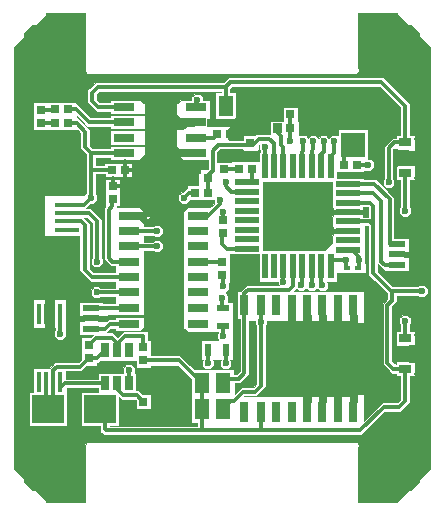
<source format=gbr>
%FSLAX34Y34*%
%MOMM*%
%LNCOPPER_TOP*%
G71*
G01*
%ADD10R, 2.10X0.40*%
%ADD11R, 1.90X2.30*%
%ADD12R, 2.20X7.80*%
%ADD13C, 0.30*%
%ADD14R, 0.50X2.00*%
%ADD15R, 2.00X0.50*%
%ADD16R, 1.40X0.50*%
%ADD17C, 0.10*%
%ADD18R, 0.60X0.40*%
%ADD19R, 2.70X2.40*%
%ADD20R, 0.40X1.80*%
%ADD21R, 0.70X1.20*%
%ADD22R, 0.80X0.70*%
%ADD23R, 1.80X0.70*%
%ADD24R, 1.10X0.60*%
%ADD25R, 0.60X1.10*%
%ADD26R, 0.70X0.80*%
%ADD27R, 2.70X4.30*%
%ADD28R, 1.30X1.80*%
%ADD29C, 0.60*%
%ADD30R, 3.50X4.80*%
%ADD31R, 2.00X2.00*%
%ADD32R, 0.70X1.80*%
%ADD33R, 1.10X1.40*%
%ADD34R, 1.00X0.70*%
%ADD35C, 1.00*%
%ADD36R, 0.50X1.20*%
%LPD*%
X54000Y830000D02*
G54D10*
D03*
X54000Y823000D02*
G54D10*
D03*
X54000Y816000D02*
G54D10*
D03*
X54000Y802000D02*
G54D10*
D03*
X54000Y809000D02*
G54D10*
D03*
X51000Y849000D02*
G54D11*
D03*
X52000Y784000D02*
G54D11*
D03*
X24000Y816000D02*
G54D12*
D03*
G36*
X35000Y854000D02*
X42000Y854000D01*
X42000Y842000D01*
X33000Y842000D01*
X32000Y843000D01*
X35000Y854000D01*
G37*
G54D13*
X35000Y854000D02*
X42000Y854000D01*
X42000Y842000D01*
X33000Y842000D01*
X32000Y843000D01*
X35000Y854000D01*
X221000Y863000D02*
G54D14*
D03*
X229000Y863000D02*
G54D14*
D03*
X237000Y863000D02*
G54D14*
D03*
X245000Y863000D02*
G54D14*
D03*
X253000Y863000D02*
G54D14*
D03*
X261000Y863000D02*
G54D14*
D03*
X269000Y863000D02*
G54D14*
D03*
X277000Y863000D02*
G54D14*
D03*
X221000Y778000D02*
G54D14*
D03*
X229000Y778000D02*
G54D14*
D03*
X237000Y778000D02*
G54D14*
D03*
X245000Y778000D02*
G54D14*
D03*
X253000Y778000D02*
G54D14*
D03*
X261000Y778000D02*
G54D14*
D03*
X269000Y778000D02*
G54D14*
D03*
X277000Y778000D02*
G54D14*
D03*
X292000Y848000D02*
G54D15*
D03*
X292000Y840000D02*
G54D15*
D03*
X292000Y832000D02*
G54D15*
D03*
X292000Y824000D02*
G54D15*
D03*
X292000Y816000D02*
G54D15*
D03*
X292000Y808000D02*
G54D15*
D03*
X292000Y800000D02*
G54D15*
D03*
X292000Y792000D02*
G54D15*
D03*
X206000Y849000D02*
G54D15*
D03*
X206000Y841000D02*
G54D15*
D03*
X206000Y833000D02*
G54D15*
D03*
X206000Y825000D02*
G54D15*
D03*
X206000Y817000D02*
G54D15*
D03*
X206000Y809000D02*
G54D15*
D03*
X206000Y801000D02*
G54D15*
D03*
X206000Y793000D02*
G54D15*
D03*
X333000Y797000D02*
G54D16*
D03*
X333000Y788000D02*
G54D16*
D03*
X333000Y779000D02*
G54D16*
D03*
G36*
X282000Y826000D02*
X280000Y826000D01*
X278000Y828000D01*
X278000Y849000D01*
X220000Y849000D01*
X220000Y792000D01*
X272000Y792000D01*
X278000Y798000D01*
X278000Y804000D01*
X280000Y806000D01*
X283000Y806000D01*
X283000Y810000D01*
X280000Y810000D01*
X278000Y812000D01*
X278000Y820000D01*
X280000Y822000D01*
X282000Y822000D01*
X282000Y826000D01*
G37*
G54D17*
X282000Y826000D02*
X280000Y826000D01*
X278000Y828000D01*
X278000Y849000D01*
X220000Y849000D01*
X220000Y792000D01*
X272000Y792000D01*
X278000Y798000D01*
X278000Y804000D01*
X280000Y806000D01*
X283000Y806000D01*
X283000Y810000D01*
X280000Y810000D01*
X278000Y812000D01*
X278000Y820000D01*
X280000Y822000D01*
X282000Y822000D01*
X282000Y826000D01*
X290500Y776500D02*
G54D18*
D03*
X290500Y769500D02*
G54D18*
D03*
X300500Y776500D02*
G54D18*
D03*
X300500Y769500D02*
G54D18*
D03*
X38000Y657000D02*
G54D19*
D03*
X82000Y657000D02*
G54D19*
D03*
X48000Y738000D02*
G54D20*
D03*
X42000Y738000D02*
G54D20*
D03*
X36000Y738000D02*
G54D20*
D03*
X30000Y738000D02*
G54D20*
D03*
X48000Y680000D02*
G54D20*
D03*
X42000Y680000D02*
G54D20*
D03*
X36000Y680000D02*
G54D20*
D03*
X30000Y680000D02*
G54D20*
D03*
X86000Y679000D02*
G54D21*
D03*
X96000Y679000D02*
G54D21*
D03*
X106000Y679000D02*
G54D21*
D03*
X86000Y707000D02*
G54D21*
D03*
X96000Y707000D02*
G54D21*
D03*
X106000Y707000D02*
G54D21*
D03*
X118500Y663500D02*
G54D22*
D03*
X118500Y652500D02*
G54D22*
D03*
X72500Y711500D02*
G54D22*
D03*
X72500Y700500D02*
G54D22*
D03*
X106000Y821000D02*
G54D23*
D03*
X106000Y808000D02*
G54D23*
D03*
X106000Y795000D02*
G54D23*
D03*
X106000Y782000D02*
G54D23*
D03*
X106000Y769000D02*
G54D23*
D03*
X106000Y756000D02*
G54D23*
D03*
X106000Y743000D02*
G54D23*
D03*
X106000Y729000D02*
G54D23*
D03*
X165000Y821000D02*
G54D23*
D03*
X165000Y808000D02*
G54D23*
D03*
X165000Y795000D02*
G54D23*
D03*
X165000Y782000D02*
G54D23*
D03*
X165000Y769000D02*
G54D23*
D03*
X165000Y756000D02*
G54D23*
D03*
X165000Y743000D02*
G54D23*
D03*
X165000Y729000D02*
G54D23*
D03*
G54D13*
X106000Y808000D02*
X130000Y808000D01*
G54D13*
X106000Y795000D02*
X130000Y795000D01*
G36*
X119000Y820000D02*
X119000Y824000D01*
X114000Y829000D01*
X157000Y829000D01*
X152000Y824000D01*
X152000Y818000D01*
X122000Y818000D01*
X125000Y821000D01*
X121000Y821000D01*
X121000Y820000D01*
X119000Y820000D01*
G37*
G54D17*
X119000Y820000D02*
X119000Y824000D01*
X114000Y829000D01*
X157000Y829000D01*
X152000Y824000D01*
X152000Y818000D01*
X122000Y818000D01*
X125000Y821000D01*
X121000Y821000D01*
X121000Y820000D01*
X119000Y820000D01*
G36*
X119000Y820000D02*
X119000Y812000D01*
X127000Y812000D01*
X128000Y813000D01*
X132000Y813000D01*
X135000Y810000D01*
X152000Y810000D01*
X152000Y818000D01*
X122000Y818000D01*
X121000Y817000D01*
X121000Y820000D01*
X119000Y820000D01*
G37*
G54D17*
X119000Y820000D02*
X119000Y812000D01*
X127000Y812000D01*
X128000Y813000D01*
X132000Y813000D01*
X135000Y810000D01*
X152000Y810000D01*
X152000Y818000D01*
X122000Y818000D01*
X121000Y817000D01*
X121000Y820000D01*
X119000Y820000D01*
G36*
X119000Y804000D02*
X127000Y804000D01*
X128000Y803000D01*
X132000Y803000D01*
X135000Y806000D01*
X135000Y810000D01*
X152000Y810000D01*
X152000Y726000D01*
X119000Y726000D01*
X119000Y791000D01*
X127000Y791000D01*
X128000Y790000D01*
X132000Y790000D01*
X135000Y793000D01*
X135000Y797000D01*
X132000Y800000D01*
X128000Y800000D01*
X127000Y799000D01*
X119000Y799000D01*
X119000Y804000D01*
G37*
G54D17*
X119000Y804000D02*
X127000Y804000D01*
X128000Y803000D01*
X132000Y803000D01*
X135000Y806000D01*
X135000Y810000D01*
X152000Y810000D01*
X152000Y726000D01*
X119000Y726000D01*
X119000Y791000D01*
X127000Y791000D01*
X128000Y790000D01*
X132000Y790000D01*
X135000Y793000D01*
X135000Y797000D01*
X132000Y800000D01*
X128000Y800000D01*
X127000Y799000D01*
X119000Y799000D01*
X119000Y804000D01*
G36*
X119000Y824000D02*
X119000Y814000D01*
X114000Y819000D01*
X114000Y824000D01*
X119000Y824000D01*
G37*
G54D17*
X119000Y824000D02*
X119000Y814000D01*
X114000Y819000D01*
X114000Y824000D01*
X119000Y824000D01*
X74000Y743000D02*
G54D16*
D03*
X74000Y734000D02*
G54D16*
D03*
X74000Y725000D02*
G54D16*
D03*
X185500Y742500D02*
G54D24*
D03*
X185500Y727500D02*
G54D24*
D03*
X173000Y707000D02*
G54D25*
D03*
X188000Y707000D02*
G54D25*
D03*
X184595Y782000D02*
G54D22*
D03*
X184595Y771000D02*
G54D22*
D03*
X192000Y890000D02*
G54D26*
D03*
X181000Y890000D02*
G54D26*
D03*
X102000Y913000D02*
G54D23*
D03*
X102000Y900000D02*
G54D23*
D03*
X102000Y887000D02*
G54D23*
D03*
X102000Y874000D02*
G54D23*
D03*
X163000Y913000D02*
G54D23*
D03*
X163000Y900000D02*
G54D23*
D03*
X163000Y887000D02*
G54D23*
D03*
X163000Y874000D02*
G54D23*
D03*
X133000Y894000D02*
G54D27*
D03*
G36*
X168000Y902000D02*
X149000Y902000D01*
X146000Y905000D01*
X141000Y905000D01*
X141000Y874000D01*
X146000Y874000D01*
X147000Y873000D01*
X148000Y873000D01*
X149000Y872000D01*
X168000Y872000D01*
X168000Y876000D01*
X148000Y876000D01*
X145000Y879000D01*
X145000Y895000D01*
X152000Y895000D01*
X155000Y898000D01*
X161000Y898000D01*
X163000Y900000D01*
X166000Y900000D01*
X168000Y902000D01*
G37*
G54D13*
X168000Y902000D02*
X149000Y902000D01*
X146000Y905000D01*
X141000Y905000D01*
X141000Y874000D01*
X146000Y874000D01*
X147000Y873000D01*
X148000Y873000D01*
X149000Y872000D01*
X168000Y872000D01*
X168000Y876000D01*
X148000Y876000D01*
X145000Y879000D01*
X145000Y895000D01*
X152000Y895000D01*
X155000Y898000D01*
X161000Y898000D01*
X163000Y900000D01*
X166000Y900000D01*
X168000Y902000D01*
X188000Y914000D02*
G54D28*
D03*
X206000Y914000D02*
G54D28*
D03*
X55000Y911000D02*
G54D26*
D03*
X44000Y911000D02*
G54D26*
D03*
X55000Y899000D02*
G54D26*
D03*
X44000Y899000D02*
G54D26*
D03*
X31500Y910500D02*
G54D22*
D03*
X31500Y899500D02*
G54D22*
D03*
X118500Y709500D02*
G54D22*
D03*
X118500Y698500D02*
G54D22*
D03*
X243000Y884000D02*
G54D29*
D03*
X254000Y884000D02*
G54D29*
D03*
X262000Y884000D02*
G54D29*
D03*
X271000Y884000D02*
G54D29*
D03*
X280000Y884000D02*
G54D29*
D03*
G54D13*
X280000Y884000D02*
X280000Y874000D01*
X277000Y871000D01*
X277000Y863000D01*
G54D13*
X271000Y884000D02*
X271000Y875000D01*
X269000Y873000D01*
X269000Y863000D01*
G54D13*
X262000Y884000D02*
X262000Y877000D01*
X261000Y876000D01*
X261000Y863000D01*
G54D13*
X254000Y884000D02*
X254000Y876000D01*
X253000Y875000D01*
X253000Y866000D01*
X326000Y849000D02*
G54D29*
D03*
X340000Y825000D02*
G54D29*
D03*
X340000Y732000D02*
G54D29*
D03*
X354000Y757000D02*
G54D29*
D03*
X290000Y783000D02*
G54D29*
D03*
X301000Y783000D02*
G54D29*
D03*
G54D13*
X333000Y797000D02*
X327000Y797000D01*
X327000Y835000D01*
X314000Y848000D01*
X292000Y848000D01*
G54D13*
X333000Y779000D02*
X323000Y779000D01*
X320000Y782000D01*
X320000Y833000D01*
X313000Y840000D01*
X292000Y840000D01*
G54D13*
X340000Y883000D02*
X331000Y883000D01*
X326000Y878000D01*
X326000Y849000D01*
G54D13*
X340000Y857000D02*
X340000Y825000D01*
G54D13*
X340000Y691000D02*
X340000Y677000D01*
G54D13*
X340000Y732000D02*
X340000Y717000D01*
G54D13*
X292000Y816000D02*
X310000Y816000D01*
X313000Y813000D01*
X313000Y772000D01*
X328000Y757000D01*
X354000Y757000D01*
G54D13*
X269000Y778000D02*
X269000Y763000D01*
X270000Y762000D01*
G54D13*
X261000Y778000D02*
X261000Y762000D01*
X261000Y762000D02*
G54D29*
D03*
X270000Y762000D02*
G54D29*
D03*
X186000Y719000D02*
G54D29*
D03*
X188000Y696000D02*
G54D29*
D03*
X130000Y808000D02*
G54D29*
D03*
X130000Y795000D02*
G54D29*
D03*
X185000Y751000D02*
G54D29*
D03*
X173000Y696000D02*
G54D29*
D03*
G54D13*
X72500Y711500D02*
X78500Y717500D01*
X91500Y717500D01*
X96000Y713000D01*
X96000Y707000D01*
X96000Y712000D01*
X103000Y719000D01*
X118000Y719000D01*
X118000Y711000D01*
X118500Y710500D01*
G54D13*
X48000Y675000D02*
X52000Y679000D01*
X86000Y679000D01*
X106000Y690000D02*
G54D29*
D03*
X48000Y721000D02*
G54D29*
D03*
G54D13*
X48000Y738000D02*
X48000Y721000D01*
G54D13*
X106000Y690000D02*
X106000Y677000D01*
G54D13*
X74000Y743000D02*
X106000Y743000D01*
G54D13*
X74000Y725000D02*
X86000Y725000D01*
X90000Y729000D01*
X106000Y729000D01*
G54D13*
X54000Y816000D02*
X66000Y816000D01*
X69000Y813000D01*
X69000Y775000D01*
X75000Y769000D01*
X106000Y769000D01*
G54D13*
X54000Y823000D02*
X72000Y823000D01*
X79000Y816000D01*
X79000Y782000D01*
G54D13*
X106000Y756000D02*
X79000Y756000D01*
X79000Y782000D02*
G54D29*
D03*
X79000Y756000D02*
G54D29*
D03*
G54D13*
X31500Y899500D02*
X41500Y899500D01*
X42000Y900000D01*
G54D13*
X31500Y910500D02*
X41500Y910500D01*
X42000Y911000D01*
G54D13*
X55000Y911000D02*
X61000Y911000D01*
X72000Y900000D01*
X102000Y900000D01*
G54D13*
X55000Y899000D02*
X62000Y899000D01*
X69000Y892000D01*
X69000Y879000D01*
X74000Y874000D01*
X102000Y874000D01*
G54D13*
X54000Y830000D02*
X68000Y830000D01*
X74000Y836000D01*
X74000Y874000D01*
G54D13*
X165000Y821000D02*
X173000Y821000D01*
X183000Y831000D01*
X183000Y834000D01*
X183000Y834000D02*
G54D29*
D03*
X74000Y836000D02*
G54D29*
D03*
G54D13*
X188000Y914000D02*
X188000Y930000D01*
G54D13*
X102000Y913000D02*
X80000Y913000D01*
X75000Y918000D01*
X75000Y925000D01*
X80000Y930000D01*
G54D13*
X86000Y657000D02*
X86000Y640000D01*
G54D13*
X86000Y640000D02*
X87000Y639000D01*
X302000Y639000D01*
X322000Y659000D01*
X335000Y659000D01*
X340000Y664000D01*
X340000Y677000D01*
G54D13*
X340000Y883000D02*
X340000Y914000D01*
X320000Y934000D01*
X192000Y934000D01*
X188000Y930000D01*
X80000Y930000D01*
X53000Y969000D02*
G54D30*
D03*
X317000Y969000D02*
G54D30*
D03*
X317000Y601000D02*
G54D30*
D03*
X53000Y601000D02*
G54D30*
D03*
X185500Y817500D02*
G54D22*
D03*
X185500Y806500D02*
G54D22*
D03*
G54D13*
X167000Y782000D02*
X184595Y782000D01*
X185437Y781158D01*
X186000Y824000D02*
G54D29*
D03*
G54D13*
X186000Y824000D02*
X186000Y818000D01*
X185500Y817500D01*
G54D13*
X253000Y778000D02*
X253000Y763000D01*
X252000Y762000D01*
X252000Y762000D02*
G54D29*
D03*
X186000Y761000D02*
G54D29*
D03*
G54D13*
X185437Y770158D02*
X185437Y761563D01*
X186000Y761000D01*
X164000Y919000D02*
G54D29*
D03*
G54D13*
X164000Y919000D02*
X164000Y914000D01*
X163000Y913000D01*
X92437Y846158D02*
G54D22*
D03*
X92437Y835158D02*
G54D22*
D03*
G54D13*
X106000Y782000D02*
X92000Y782000D01*
X89000Y785000D01*
X89000Y826000D01*
X92000Y829000D01*
X92000Y834721D01*
X92437Y835158D01*
X102938Y859658D02*
G54D26*
D03*
X91938Y859658D02*
G54D26*
D03*
G54D13*
X91938Y859658D02*
X74342Y859658D01*
X74000Y860000D01*
X243000Y907000D02*
G54D26*
D03*
X232000Y907000D02*
G54D26*
D03*
X187000Y860000D02*
G54D22*
D03*
X187000Y871000D02*
G54D22*
D03*
X199000Y860000D02*
G54D26*
D03*
X210000Y860000D02*
G54D26*
D03*
G54D13*
X165000Y887000D02*
X178000Y887000D01*
X181000Y890000D01*
G54D13*
X210000Y860000D02*
X210000Y849000D01*
X299000Y864000D02*
G54D26*
D03*
X288000Y864000D02*
G54D26*
D03*
G54D13*
X221000Y863000D02*
X221000Y876000D01*
X221000Y879000D01*
G54D13*
X301000Y783000D02*
X301000Y786000D01*
X295000Y792000D01*
G54D13*
X290000Y783000D02*
X277000Y783000D01*
G54D13*
X301000Y783000D02*
X301000Y777000D01*
X300500Y776500D01*
G54D13*
X290000Y783000D02*
X290000Y777000D01*
X290500Y776500D01*
G54D13*
X173000Y707000D02*
X173000Y696000D01*
G54D13*
X188000Y707000D02*
X188000Y696000D01*
G54D13*
X206000Y793000D02*
X189000Y793000D01*
X185000Y797000D01*
X185000Y806000D01*
X185500Y806500D01*
X296000Y881000D02*
G54D31*
D03*
X296000Y918000D02*
G54D31*
D03*
G54D13*
X288000Y864000D02*
X288000Y880000D01*
X309000Y864000D02*
G54D29*
D03*
G54D13*
X309000Y864000D02*
X299000Y864000D01*
X221000Y879000D02*
G54D29*
D03*
X296000Y745000D02*
G54D32*
D03*
X283000Y745000D02*
G54D32*
D03*
X270000Y745000D02*
G54D32*
D03*
X257000Y745000D02*
G54D32*
D03*
X244000Y745000D02*
G54D32*
D03*
X231000Y745000D02*
G54D32*
D03*
X218000Y745000D02*
G54D32*
D03*
X204000Y745000D02*
G54D32*
D03*
X296000Y655000D02*
G54D32*
D03*
X283000Y655000D02*
G54D32*
D03*
X270000Y655000D02*
G54D32*
D03*
X257000Y655000D02*
G54D32*
D03*
X244000Y655000D02*
G54D32*
D03*
X231000Y655000D02*
G54D32*
D03*
X218000Y655000D02*
G54D32*
D03*
X204000Y655000D02*
G54D32*
D03*
X168000Y679000D02*
G54D28*
D03*
X186000Y679000D02*
G54D28*
D03*
G54D13*
X185000Y751000D02*
X185000Y743000D01*
X185500Y742500D01*
G54D13*
X185500Y727500D02*
X185500Y719500D01*
X186000Y719000D01*
X168000Y657000D02*
G54D28*
D03*
X186000Y657000D02*
G54D28*
D03*
G54D13*
X168000Y679000D02*
X168000Y657000D01*
X168000Y640000D01*
G54D13*
X204000Y745000D02*
X204000Y755000D01*
X207000Y758000D01*
X242000Y758000D01*
X245000Y761000D01*
X245000Y778000D01*
G54D13*
X218000Y655000D02*
X218000Y640000D01*
G54D13*
X218000Y745000D02*
X218000Y731000D01*
X237000Y765000D02*
G54D29*
D03*
G54D13*
X237000Y765000D02*
X237000Y778000D01*
X218000Y731000D02*
G54D29*
D03*
G54D13*
X204000Y745000D02*
X204000Y688000D01*
X199000Y683000D01*
X190000Y683000D01*
X186000Y679000D01*
G54D13*
X218000Y731000D02*
X218000Y677000D01*
X213000Y672000D01*
X203000Y672000D01*
X195000Y664000D01*
X193000Y664000D01*
X186000Y657000D01*
G54D13*
X36000Y680000D02*
X36000Y663000D01*
X42000Y663000D01*
X42000Y680000D01*
X42000Y690000D01*
X45000Y693000D01*
X65000Y693000D01*
X72500Y700500D01*
G54D13*
X72500Y700500D02*
X79500Y700500D01*
X86000Y707000D01*
G54D13*
X96000Y679000D02*
X96000Y674000D01*
X101000Y669000D01*
X113000Y669000D01*
X118500Y663500D01*
G54D13*
X118500Y698500D02*
X148500Y698500D01*
X168000Y679000D01*
G54D13*
X187000Y860000D02*
X199000Y860000D01*
G54D13*
X206000Y841000D02*
X193000Y841000D01*
X188000Y846000D01*
X188000Y849000D01*
X188000Y849000D02*
G54D29*
D03*
G54D13*
X313000Y811000D02*
X313000Y829000D01*
X310000Y832000D01*
X292000Y832000D01*
G54D13*
X174000Y856000D02*
X177000Y859000D01*
X177000Y876000D01*
X182000Y881000D01*
X211000Y881000D01*
X216000Y886000D01*
X225000Y886000D01*
X229000Y882000D01*
X229000Y863000D01*
X338000Y870000D02*
G54D33*
D03*
X340000Y883000D02*
G54D34*
D03*
X340000Y857000D02*
G54D34*
D03*
X353000Y886000D02*
G54D35*
D03*
X353000Y853000D02*
G54D35*
D03*
X359000Y885000D02*
G54D36*
D03*
X359000Y854000D02*
G54D36*
D03*
X338000Y704000D02*
G54D33*
D03*
X340000Y717000D02*
G54D34*
D03*
X340000Y691000D02*
G54D34*
D03*
X353000Y720000D02*
G54D35*
D03*
X353000Y687000D02*
G54D35*
D03*
X359000Y719000D02*
G54D36*
D03*
X359000Y688000D02*
G54D36*
D03*
G54D13*
X340000Y691000D02*
X330000Y691000D01*
X325000Y696000D01*
X325000Y745000D01*
X329000Y749000D01*
X329000Y756000D01*
X328000Y757000D01*
G36*
X69000Y991000D02*
X69000Y943000D01*
X71000Y941000D01*
X299000Y941000D01*
X301000Y943000D01*
X301000Y991000D01*
X334000Y991000D01*
X361000Y964000D01*
X361000Y938000D01*
X191000Y938000D01*
X187000Y934000D01*
X9000Y934000D01*
X9000Y964000D01*
X36000Y991000D01*
X69000Y991000D01*
G37*
G54D17*
X69000Y991000D02*
X69000Y943000D01*
X71000Y941000D01*
X299000Y941000D01*
X301000Y943000D01*
X301000Y991000D01*
X334000Y991000D01*
X361000Y964000D01*
X361000Y938000D01*
X191000Y938000D01*
X187000Y934000D01*
X9000Y934000D01*
X9000Y964000D01*
X36000Y991000D01*
X69000Y991000D01*
G36*
X69000Y579000D02*
X69000Y627000D01*
X71000Y629000D01*
X299000Y629000D01*
X301000Y627000D01*
X301000Y579000D01*
X334000Y579000D01*
X361000Y606000D01*
X361000Y635000D01*
X9000Y635000D01*
X9000Y606000D01*
X36000Y579000D01*
X69000Y579000D01*
G37*
G54D17*
X69000Y579000D02*
X69000Y627000D01*
X71000Y629000D01*
X299000Y629000D01*
X301000Y627000D01*
X301000Y579000D01*
X334000Y579000D01*
X361000Y606000D01*
X361000Y635000D01*
X9000Y635000D01*
X9000Y606000D01*
X36000Y579000D01*
X69000Y579000D01*
G36*
X85000Y870000D02*
X90000Y870000D01*
X90000Y868000D01*
X173000Y868000D01*
X173000Y860000D01*
X166000Y860000D01*
X166000Y857000D01*
X159000Y857000D01*
X159000Y849000D01*
X165000Y849000D01*
X165000Y847000D01*
X155000Y847000D01*
X155000Y844000D01*
X152000Y841000D01*
X151000Y841000D01*
X148000Y838000D01*
X148000Y834000D01*
X151000Y831000D01*
X155000Y831000D01*
X158000Y834000D01*
X178000Y834000D01*
X178000Y831000D01*
X175000Y828000D01*
X96000Y828000D01*
X96000Y829000D01*
X98279Y829000D01*
X98437Y829158D01*
X98437Y852158D01*
X85158Y852158D01*
X85000Y852000D01*
X85000Y854000D01*
X108596Y854000D01*
X108938Y853658D01*
X108938Y865658D01*
X85342Y865658D01*
X85000Y866000D01*
X85000Y870000D01*
G37*
G54D17*
X85000Y870000D02*
X90000Y870000D01*
X90000Y868000D01*
X173000Y868000D01*
X173000Y860000D01*
X166000Y860000D01*
X166000Y857000D01*
X159000Y857000D01*
X159000Y849000D01*
X165000Y849000D01*
X165000Y847000D01*
X155000Y847000D01*
X155000Y844000D01*
X152000Y841000D01*
X151000Y841000D01*
X148000Y838000D01*
X148000Y834000D01*
X151000Y831000D01*
X155000Y831000D01*
X158000Y834000D01*
X178000Y834000D01*
X178000Y831000D01*
X175000Y828000D01*
X96000Y828000D01*
X96000Y829000D01*
X98279Y829000D01*
X98437Y829158D01*
X98437Y852158D01*
X85158Y852158D01*
X85000Y852000D01*
X85000Y854000D01*
X108596Y854000D01*
X108938Y853658D01*
X108938Y865658D01*
X85342Y865658D01*
X85000Y866000D01*
X85000Y870000D01*
G54D13*
X102938Y859658D02*
X113342Y859658D01*
X114000Y859000D01*
G54D13*
X102938Y859658D02*
X102938Y846062D01*
X103000Y846000D01*
X92595Y846000D01*
X92437Y846158D01*
X92437Y852437D01*
X93000Y853000D01*
G54D13*
X102938Y859658D02*
X102938Y866938D01*
X103000Y867000D01*
G36*
X9000Y934000D02*
X78000Y934000D01*
X71000Y927000D01*
X71000Y917000D01*
X79000Y909000D01*
X90000Y909000D01*
X90000Y904000D01*
X73000Y904000D01*
X61000Y916000D01*
X61000Y917000D01*
X9000Y917000D01*
X9000Y934000D01*
G37*
G54D17*
X9000Y934000D02*
X78000Y934000D01*
X71000Y927000D01*
X71000Y917000D01*
X79000Y909000D01*
X90000Y909000D01*
X90000Y904000D01*
X73000Y904000D01*
X61000Y916000D01*
X61000Y917000D01*
X9000Y917000D01*
X9000Y934000D01*
G36*
X120000Y873000D02*
X115000Y868000D01*
X151000Y868000D01*
X151000Y869000D01*
X147000Y873000D01*
X120000Y873000D01*
G37*
G54D17*
X120000Y873000D02*
X115000Y868000D01*
X151000Y868000D01*
X151000Y869000D01*
X147000Y873000D01*
X120000Y873000D01*
G36*
X9000Y917000D02*
X25000Y917000D01*
X25000Y885000D01*
X65000Y885000D01*
X65000Y878000D01*
X70000Y873000D01*
X70000Y840000D01*
X68000Y838000D01*
X9000Y838000D01*
X9000Y917000D01*
G37*
G54D17*
X9000Y917000D02*
X25000Y917000D01*
X25000Y885000D01*
X65000Y885000D01*
X65000Y878000D01*
X70000Y873000D01*
X70000Y840000D01*
X68000Y838000D01*
X9000Y838000D01*
X9000Y917000D01*
G36*
X25000Y885000D02*
X25000Y893000D01*
X63000Y893000D01*
X65000Y891000D01*
X65000Y885000D01*
X25000Y885000D01*
G37*
G54D17*
X25000Y885000D02*
X25000Y893000D01*
X63000Y893000D01*
X65000Y891000D01*
X65000Y885000D01*
X25000Y885000D01*
G36*
X90000Y896000D02*
X90000Y878000D01*
X75000Y878000D01*
X73000Y880000D01*
X73000Y893000D01*
X62000Y904000D01*
X62000Y905000D01*
X71000Y896000D01*
X90000Y896000D01*
G37*
G54D17*
X90000Y896000D02*
X90000Y878000D01*
X75000Y878000D01*
X73000Y880000D01*
X73000Y893000D01*
X62000Y904000D01*
X62000Y905000D01*
X71000Y896000D01*
X90000Y896000D01*
G36*
X184000Y926000D02*
X179000Y926000D01*
X179000Y903000D01*
X196000Y903000D01*
X197000Y904000D01*
X226000Y904000D01*
X226000Y897000D01*
X172000Y897000D01*
X172000Y903000D01*
X175000Y903000D01*
X175000Y919000D01*
X169000Y919000D01*
X169000Y921000D01*
X166000Y924000D01*
X162000Y924000D01*
X159000Y921000D01*
X159000Y919000D01*
X150000Y919000D01*
X146000Y915000D01*
X120000Y915000D01*
X116000Y919000D01*
X90000Y919000D01*
X90000Y917000D01*
X81000Y917000D01*
X79000Y919000D01*
X79000Y924000D01*
X81000Y926000D01*
X184000Y926000D01*
G37*
G54D17*
X184000Y926000D02*
X179000Y926000D01*
X179000Y903000D01*
X196000Y903000D01*
X197000Y904000D01*
X226000Y904000D01*
X226000Y897000D01*
X172000Y897000D01*
X172000Y903000D01*
X175000Y903000D01*
X175000Y919000D01*
X169000Y919000D01*
X169000Y921000D01*
X166000Y924000D01*
X162000Y924000D01*
X159000Y921000D01*
X159000Y919000D01*
X150000Y919000D01*
X146000Y915000D01*
X120000Y915000D01*
X116000Y919000D01*
X90000Y919000D01*
X90000Y917000D01*
X81000Y917000D01*
X79000Y919000D01*
X79000Y924000D01*
X81000Y926000D01*
X184000Y926000D01*
G54D17*
X89000Y907000D02*
X120000Y907000D01*
X120000Y906000D01*
X90000Y906000D01*
X90000Y907000D01*
G54D17*
X89000Y894000D02*
X120000Y894000D01*
X120000Y893000D01*
X90000Y893000D01*
X90000Y894000D01*
G54D17*
X89000Y881000D02*
X120000Y881000D01*
X120000Y880000D01*
X90000Y880000D01*
X90000Y881000D01*
G36*
X86000Y870000D02*
X78000Y870000D01*
X78000Y864000D01*
X85000Y864000D01*
X85000Y870000D01*
X86000Y870000D01*
G37*
G54D17*
X86000Y870000D02*
X78000Y870000D01*
X78000Y864000D01*
X85000Y864000D01*
X85000Y870000D01*
X86000Y870000D01*
G36*
X9000Y838000D02*
X9000Y778000D01*
X14000Y778000D01*
X14000Y838000D01*
X9000Y838000D01*
G37*
G54D17*
X9000Y838000D02*
X9000Y778000D01*
X14000Y778000D01*
X14000Y838000D01*
X9000Y838000D01*
G36*
X190000Y894000D02*
X193000Y897000D01*
X226000Y897000D01*
X226000Y890000D01*
X214000Y890000D01*
X213000Y889000D01*
X203000Y889000D01*
X203000Y885000D01*
X191000Y885000D01*
X190000Y886000D01*
X190000Y894000D01*
G37*
G54D17*
X190000Y894000D02*
X193000Y897000D01*
X226000Y897000D01*
X226000Y890000D01*
X214000Y890000D01*
X213000Y889000D01*
X203000Y889000D01*
X203000Y885000D01*
X191000Y885000D01*
X190000Y886000D01*
X190000Y894000D01*
X200000Y899000D02*
G54D29*
D03*
G36*
X319000Y930000D02*
X336000Y913000D01*
X336000Y889000D01*
X332000Y889000D01*
X332000Y887000D01*
X330000Y887000D01*
X322000Y879000D01*
X322000Y852000D01*
X321000Y851000D01*
X321000Y847000D01*
X324000Y844000D01*
X323000Y844000D01*
X321000Y846000D01*
X315000Y852000D01*
X305000Y852000D01*
X305000Y853000D01*
X282000Y853000D01*
X282000Y858000D01*
X305000Y858000D01*
X305000Y859000D01*
X311000Y859000D01*
X314000Y862000D01*
X314000Y866000D01*
X311000Y869000D01*
X309000Y869000D01*
X309000Y894000D01*
X283000Y894000D01*
X283000Y889000D01*
X278000Y889000D01*
X276000Y887000D01*
X275000Y887000D01*
X273000Y889000D01*
X269000Y889000D01*
X267000Y887000D01*
X266000Y887000D01*
X264000Y889000D01*
X260000Y889000D01*
X258000Y887000D01*
X256000Y889000D01*
X254000Y889000D01*
X252000Y889000D01*
X250000Y889000D01*
X250000Y901000D01*
X249000Y901000D01*
X249000Y926000D01*
X192000Y926000D01*
X192000Y928000D01*
X194000Y930000D01*
X319000Y930000D01*
G37*
G54D17*
X319000Y930000D02*
X336000Y913000D01*
X336000Y889000D01*
X332000Y889000D01*
X332000Y887000D01*
X330000Y887000D01*
X322000Y879000D01*
X322000Y852000D01*
X321000Y851000D01*
X321000Y847000D01*
X324000Y844000D01*
X323000Y844000D01*
X321000Y846000D01*
X315000Y852000D01*
X305000Y852000D01*
X305000Y853000D01*
X282000Y853000D01*
X282000Y858000D01*
X305000Y858000D01*
X305000Y859000D01*
X311000Y859000D01*
X314000Y862000D01*
X314000Y866000D01*
X311000Y869000D01*
X309000Y869000D01*
X309000Y894000D01*
X283000Y894000D01*
X283000Y889000D01*
X278000Y889000D01*
X276000Y887000D01*
X275000Y887000D01*
X273000Y889000D01*
X269000Y889000D01*
X267000Y887000D01*
X266000Y887000D01*
X264000Y889000D01*
X260000Y889000D01*
X258000Y887000D01*
X256000Y889000D01*
X254000Y889000D01*
X252000Y889000D01*
X250000Y889000D01*
X250000Y901000D01*
X249000Y901000D01*
X249000Y926000D01*
X192000Y926000D01*
X192000Y928000D01*
X194000Y930000D01*
X319000Y930000D01*
G36*
X197000Y904000D02*
X217000Y904000D01*
X217000Y926000D01*
X197000Y926000D01*
X197000Y904000D01*
G37*
G54D17*
X197000Y904000D02*
X217000Y904000D01*
X217000Y926000D01*
X197000Y926000D01*
X197000Y904000D01*
X317000Y911000D02*
G54D29*
D03*
X22000Y875000D02*
G54D29*
D03*
G36*
X215000Y876000D02*
X216000Y877000D01*
X216000Y881000D01*
X216000Y877000D01*
X217000Y876000D01*
X217000Y875000D01*
X216000Y875000D01*
X216000Y867000D01*
X193000Y867000D01*
X193000Y866000D01*
X181000Y866000D01*
X181000Y875000D01*
X183000Y877000D01*
X202000Y877000D01*
X203000Y876000D01*
X215000Y876000D01*
G37*
G54D17*
X215000Y876000D02*
X216000Y877000D01*
X216000Y881000D01*
X216000Y877000D01*
X217000Y876000D01*
X217000Y875000D01*
X216000Y875000D01*
X216000Y867000D01*
X193000Y867000D01*
X193000Y866000D01*
X181000Y866000D01*
X181000Y875000D01*
X183000Y877000D01*
X202000Y877000D01*
X203000Y876000D01*
X215000Y876000D01*
X198000Y871000D02*
G54D29*
D03*
G36*
X361000Y635000D02*
X303000Y635000D01*
X323000Y655000D01*
X336000Y655000D01*
X344000Y663000D01*
X344000Y685000D01*
X348000Y685000D01*
X348000Y697000D01*
X343000Y697000D01*
X343000Y711000D01*
X348000Y711000D01*
X348000Y723000D01*
X344000Y723000D01*
X344000Y729000D01*
X345000Y730000D01*
X345000Y734000D01*
X342000Y737000D01*
X338000Y737000D01*
X335000Y734000D01*
X335000Y730000D01*
X336000Y729000D01*
X336000Y723000D01*
X332000Y723000D01*
X332000Y695000D01*
X329000Y698000D01*
X329000Y744000D01*
X333000Y748000D01*
X333000Y753000D01*
X351000Y753000D01*
X352000Y752000D01*
X356000Y752000D01*
X359000Y755000D01*
X359000Y759000D01*
X356000Y762000D01*
X352000Y762000D01*
X351000Y761000D01*
X329000Y761000D01*
X317000Y773000D01*
X317000Y780000D01*
X323000Y774000D01*
X343000Y774000D01*
X343000Y786000D01*
X339000Y786000D01*
X339000Y790000D01*
X343000Y790000D01*
X343000Y802000D01*
X331000Y802000D01*
X331000Y836000D01*
X323000Y844000D01*
X328000Y844000D01*
X331000Y847000D01*
X331000Y851000D01*
X330000Y852000D01*
X330000Y877000D01*
X333000Y877000D01*
X333000Y863000D01*
X332000Y862000D01*
X332000Y851000D01*
X336000Y851000D01*
X336000Y828000D01*
X335000Y827000D01*
X335000Y823000D01*
X338000Y820000D01*
X342000Y820000D01*
X345000Y823000D01*
X345000Y827000D01*
X344000Y828000D01*
X344000Y851000D01*
X348000Y851000D01*
X348000Y864000D01*
X343000Y864000D01*
X343000Y876000D01*
X348000Y876000D01*
X348000Y889000D01*
X344000Y889000D01*
X344000Y915000D01*
X321000Y938000D01*
X361000Y938000D01*
X361000Y635000D01*
G37*
G54D17*
X361000Y635000D02*
X303000Y635000D01*
X323000Y655000D01*
X336000Y655000D01*
X344000Y663000D01*
X344000Y685000D01*
X348000Y685000D01*
X348000Y697000D01*
X343000Y697000D01*
X343000Y711000D01*
X348000Y711000D01*
X348000Y723000D01*
X344000Y723000D01*
X344000Y729000D01*
X345000Y730000D01*
X345000Y734000D01*
X342000Y737000D01*
X338000Y737000D01*
X335000Y734000D01*
X335000Y730000D01*
X336000Y729000D01*
X336000Y723000D01*
X332000Y723000D01*
X332000Y695000D01*
X329000Y698000D01*
X329000Y744000D01*
X333000Y748000D01*
X333000Y753000D01*
X351000Y753000D01*
X352000Y752000D01*
X356000Y752000D01*
X359000Y755000D01*
X359000Y759000D01*
X356000Y762000D01*
X352000Y762000D01*
X351000Y761000D01*
X329000Y761000D01*
X317000Y773000D01*
X317000Y780000D01*
X323000Y774000D01*
X343000Y774000D01*
X343000Y786000D01*
X339000Y786000D01*
X339000Y790000D01*
X343000Y790000D01*
X343000Y802000D01*
X331000Y802000D01*
X331000Y836000D01*
X323000Y844000D01*
X328000Y844000D01*
X331000Y847000D01*
X331000Y851000D01*
X330000Y852000D01*
X330000Y877000D01*
X333000Y877000D01*
X333000Y863000D01*
X332000Y862000D01*
X332000Y851000D01*
X336000Y851000D01*
X336000Y828000D01*
X335000Y827000D01*
X335000Y823000D01*
X338000Y820000D01*
X342000Y820000D01*
X345000Y823000D01*
X345000Y827000D01*
X344000Y828000D01*
X344000Y851000D01*
X348000Y851000D01*
X348000Y864000D01*
X343000Y864000D01*
X343000Y876000D01*
X348000Y876000D01*
X348000Y889000D01*
X344000Y889000D01*
X344000Y915000D01*
X321000Y938000D01*
X361000Y938000D01*
X361000Y635000D01*
G36*
X301000Y826000D02*
X304000Y826000D01*
X304000Y828000D01*
X309000Y828000D01*
X309000Y820000D01*
X304000Y820000D01*
X304000Y822000D01*
X301000Y822000D01*
X301000Y826000D01*
G37*
G54D17*
X301000Y826000D02*
X304000Y826000D01*
X304000Y828000D01*
X309000Y828000D01*
X309000Y820000D01*
X304000Y820000D01*
X304000Y822000D01*
X301000Y822000D01*
X301000Y826000D01*
G36*
X229000Y732000D02*
X299000Y732000D01*
X299000Y668000D01*
X204000Y668000D01*
X214000Y668000D01*
X222000Y676000D01*
X222000Y728000D01*
X223000Y729000D01*
X223000Y732000D01*
X231000Y732000D01*
X229000Y732000D01*
G37*
G54D17*
X229000Y732000D02*
X299000Y732000D01*
X299000Y668000D01*
X204000Y668000D01*
X214000Y668000D01*
X222000Y676000D01*
X222000Y728000D01*
X223000Y729000D01*
X223000Y732000D01*
X231000Y732000D01*
X229000Y732000D01*
G36*
X241000Y737000D02*
X241000Y732000D01*
X247000Y732000D01*
X247000Y737000D01*
X241000Y737000D01*
G37*
G54D17*
X241000Y737000D02*
X241000Y732000D01*
X247000Y732000D01*
X247000Y737000D01*
X241000Y737000D01*
G36*
X254000Y737000D02*
X254000Y732000D01*
X260000Y732000D01*
X260000Y737000D01*
X254000Y737000D01*
G37*
G54D17*
X254000Y737000D02*
X254000Y732000D01*
X260000Y732000D01*
X260000Y737000D01*
X254000Y737000D01*
G36*
X267000Y737000D02*
X267000Y732000D01*
X273000Y732000D01*
X273000Y737000D01*
X267000Y737000D01*
G37*
G54D17*
X267000Y737000D02*
X267000Y732000D01*
X273000Y732000D01*
X273000Y737000D01*
X267000Y737000D01*
G36*
X280000Y737000D02*
X280000Y732000D01*
X286000Y732000D01*
X286000Y737000D01*
X280000Y737000D01*
G37*
G54D17*
X280000Y737000D02*
X280000Y732000D01*
X286000Y732000D01*
X286000Y737000D01*
X280000Y737000D01*
G36*
X293000Y737000D02*
X293000Y732000D01*
X299000Y732000D01*
X299000Y737000D01*
X293000Y737000D01*
G37*
G54D17*
X293000Y737000D02*
X293000Y732000D01*
X299000Y732000D01*
X299000Y737000D01*
X293000Y737000D01*
G36*
X254000Y668000D02*
X254000Y663000D01*
X260000Y663000D01*
X260000Y668000D01*
X254000Y668000D01*
G37*
G54D17*
X254000Y668000D02*
X254000Y663000D01*
X260000Y663000D01*
X260000Y668000D01*
X254000Y668000D01*
G36*
X267000Y668000D02*
X267000Y663000D01*
X273000Y663000D01*
X273000Y668000D01*
X267000Y668000D01*
G37*
G54D17*
X267000Y668000D02*
X267000Y663000D01*
X273000Y663000D01*
X273000Y668000D01*
X267000Y668000D01*
G36*
X280000Y668000D02*
X280000Y663000D01*
X286000Y663000D01*
X286000Y668000D01*
X280000Y668000D01*
G37*
G54D17*
X280000Y668000D02*
X280000Y663000D01*
X286000Y663000D01*
X286000Y668000D01*
X280000Y668000D01*
G36*
X293000Y668000D02*
X293000Y663000D01*
X299000Y663000D01*
X299000Y668000D01*
X293000Y668000D01*
G37*
G54D17*
X293000Y668000D02*
X293000Y663000D01*
X299000Y663000D01*
X299000Y668000D01*
X293000Y668000D01*
G36*
X208000Y687000D02*
X200000Y679000D01*
X196000Y679000D01*
X196000Y670000D01*
X202000Y676000D01*
X212000Y676000D01*
X214000Y678000D01*
X214000Y728000D01*
X213000Y729000D01*
X213000Y732000D01*
X208000Y732000D01*
X208000Y687000D01*
G37*
G54D17*
X208000Y687000D02*
X200000Y679000D01*
X196000Y679000D01*
X196000Y670000D01*
X202000Y676000D01*
X212000Y676000D01*
X214000Y678000D01*
X214000Y728000D01*
X213000Y729000D01*
X213000Y732000D01*
X208000Y732000D01*
X208000Y687000D01*
X211000Y719000D02*
G54D29*
D03*
X211000Y686000D02*
G54D29*
D03*
G36*
X309000Y771000D02*
X325000Y755000D01*
X325000Y750000D01*
X321000Y746000D01*
X321000Y695000D01*
X329000Y687000D01*
X332000Y687000D01*
X332000Y685000D01*
X336000Y685000D01*
X336000Y665000D01*
X334000Y663000D01*
X321000Y663000D01*
X305000Y647000D01*
X305000Y670000D01*
X299000Y670000D01*
X299000Y730000D01*
X305000Y730000D01*
X305000Y757000D01*
X246000Y757000D01*
X248000Y759000D01*
X249000Y758000D01*
X250000Y757000D01*
X254000Y757000D01*
X256000Y759000D01*
X257000Y759000D01*
X259000Y757000D01*
X263000Y757000D01*
X265000Y759000D01*
X266000Y759000D01*
X268000Y757000D01*
X272000Y757000D01*
X275000Y760000D01*
X275000Y764000D01*
X274000Y765000D01*
X282000Y765000D01*
X282000Y772000D01*
X307000Y772000D01*
X307000Y780000D01*
X306000Y781000D01*
X306000Y812000D01*
X309000Y812000D01*
X309000Y771000D01*
G37*
G54D17*
X309000Y771000D02*
X325000Y755000D01*
X325000Y750000D01*
X321000Y746000D01*
X321000Y695000D01*
X329000Y687000D01*
X332000Y687000D01*
X332000Y685000D01*
X336000Y685000D01*
X336000Y665000D01*
X334000Y663000D01*
X321000Y663000D01*
X305000Y647000D01*
X305000Y670000D01*
X299000Y670000D01*
X299000Y730000D01*
X305000Y730000D01*
X305000Y757000D01*
X246000Y757000D01*
X248000Y759000D01*
X249000Y758000D01*
X250000Y757000D01*
X254000Y757000D01*
X256000Y759000D01*
X257000Y759000D01*
X259000Y757000D01*
X263000Y757000D01*
X265000Y759000D01*
X266000Y759000D01*
X268000Y757000D01*
X272000Y757000D01*
X275000Y760000D01*
X275000Y764000D01*
X274000Y765000D01*
X282000Y765000D01*
X282000Y772000D01*
X307000Y772000D01*
X307000Y780000D01*
X306000Y781000D01*
X306000Y812000D01*
X309000Y812000D01*
X309000Y771000D01*
X290000Y686000D02*
G54D29*
D03*
X290000Y719000D02*
G54D29*
D03*
X313000Y757000D02*
G54D29*
D03*
G36*
X216000Y765000D02*
X232000Y765000D01*
X232000Y763000D01*
X233000Y762000D01*
X206000Y762000D01*
X201000Y757000D01*
X198000Y757000D01*
X198000Y733000D01*
X200000Y733000D01*
X200000Y689000D01*
X198000Y687000D01*
X195000Y687000D01*
X195000Y691000D01*
X194000Y691000D01*
X194000Y748000D01*
X190000Y748000D01*
X190000Y753000D01*
X188000Y755000D01*
X188000Y756000D01*
X191000Y759000D01*
X191000Y764000D01*
X192000Y765000D01*
X192000Y788000D01*
X216000Y788000D01*
X216000Y765000D01*
G37*
G54D17*
X216000Y765000D02*
X232000Y765000D01*
X232000Y763000D01*
X233000Y762000D01*
X206000Y762000D01*
X201000Y757000D01*
X198000Y757000D01*
X198000Y733000D01*
X200000Y733000D01*
X200000Y689000D01*
X198000Y687000D01*
X195000Y687000D01*
X195000Y691000D01*
X194000Y691000D01*
X194000Y748000D01*
X190000Y748000D01*
X190000Y753000D01*
X188000Y755000D01*
X188000Y756000D01*
X191000Y759000D01*
X191000Y764000D01*
X192000Y765000D01*
X192000Y788000D01*
X216000Y788000D01*
X216000Y765000D01*
X199000Y784000D02*
G54D29*
D03*
G36*
X9000Y787000D02*
X26000Y804000D01*
X64000Y804000D01*
X64000Y775000D01*
X74000Y765000D01*
X94000Y765000D01*
X94000Y760000D01*
X82000Y760000D01*
X81000Y761000D01*
X77000Y761000D01*
X74000Y758000D01*
X74000Y754000D01*
X77000Y751000D01*
X81000Y751000D01*
X82000Y752000D01*
X94000Y752000D01*
X94000Y747000D01*
X84000Y747000D01*
X84000Y748000D01*
X64000Y748000D01*
X64000Y718000D01*
X66000Y718000D01*
X66000Y699000D01*
X64000Y697000D01*
X53000Y697000D01*
X53000Y750000D01*
X25000Y750000D01*
X25000Y672000D01*
X22000Y672000D01*
X22000Y635000D01*
X9000Y635000D01*
X9000Y787000D01*
G37*
G54D17*
X9000Y787000D02*
X26000Y804000D01*
X64000Y804000D01*
X64000Y775000D01*
X74000Y765000D01*
X94000Y765000D01*
X94000Y760000D01*
X82000Y760000D01*
X81000Y761000D01*
X77000Y761000D01*
X74000Y758000D01*
X74000Y754000D01*
X77000Y751000D01*
X81000Y751000D01*
X82000Y752000D01*
X94000Y752000D01*
X94000Y747000D01*
X84000Y747000D01*
X84000Y748000D01*
X64000Y748000D01*
X64000Y718000D01*
X66000Y718000D01*
X66000Y699000D01*
X64000Y697000D01*
X53000Y697000D01*
X53000Y750000D01*
X25000Y750000D01*
X25000Y672000D01*
X22000Y672000D01*
X22000Y635000D01*
X9000Y635000D01*
X9000Y787000D01*
G36*
X35000Y746000D02*
X35000Y751000D01*
X43000Y751000D01*
X43000Y746000D01*
X36000Y746000D01*
X35000Y747000D01*
X35000Y746000D01*
G37*
G54D17*
X35000Y746000D02*
X35000Y751000D01*
X43000Y751000D01*
X43000Y746000D01*
X36000Y746000D01*
X35000Y747000D01*
X35000Y746000D01*
G36*
X115000Y737000D02*
X115000Y735000D01*
X94000Y735000D01*
X94000Y733000D01*
X89000Y733000D01*
X88000Y732000D01*
X80000Y732000D01*
X80000Y736000D01*
X88000Y736000D01*
X89000Y737000D01*
X115000Y737000D01*
G37*
G54D17*
X115000Y737000D02*
X115000Y735000D01*
X94000Y735000D01*
X94000Y733000D01*
X89000Y733000D01*
X88000Y732000D01*
X80000Y732000D01*
X80000Y736000D01*
X88000Y736000D01*
X89000Y737000D01*
X115000Y737000D01*
G36*
X68000Y736000D02*
X64000Y736000D01*
X64000Y732000D01*
X68000Y732000D01*
X68000Y736000D01*
G37*
G54D17*
X68000Y736000D02*
X64000Y736000D01*
X64000Y732000D01*
X68000Y732000D01*
X68000Y736000D01*
G36*
X64000Y720000D02*
X76000Y720000D01*
X74000Y718000D01*
X64000Y718000D01*
X64000Y720000D01*
G37*
G54D17*
X64000Y720000D02*
X76000Y720000D01*
X74000Y718000D01*
X64000Y718000D01*
X64000Y720000D01*
G36*
X115000Y737000D02*
X119000Y737000D01*
X119000Y735000D01*
X115000Y735000D01*
X115000Y737000D01*
G37*
G54D17*
X115000Y737000D02*
X119000Y737000D01*
X119000Y735000D01*
X115000Y735000D01*
X115000Y737000D01*
G36*
X97000Y723000D02*
X115000Y723000D01*
X94000Y723000D01*
X94000Y725000D01*
X91000Y725000D01*
X88000Y722000D01*
X92000Y722000D01*
X96000Y718000D01*
X97000Y718000D01*
X102000Y723000D01*
X97000Y723000D01*
G37*
G54D17*
X97000Y723000D02*
X115000Y723000D01*
X94000Y723000D01*
X94000Y725000D01*
X91000Y725000D01*
X88000Y722000D01*
X92000Y722000D01*
X96000Y718000D01*
X97000Y718000D01*
X102000Y723000D01*
X97000Y723000D01*
G36*
X35000Y730000D02*
X35000Y726000D01*
X25000Y726000D01*
X25000Y692000D01*
X39000Y692000D01*
X44000Y697000D01*
X53000Y697000D01*
X53000Y719000D01*
X50000Y716000D01*
X46000Y716000D01*
X43000Y719000D01*
X43000Y723000D01*
X44000Y724000D01*
X44000Y726000D01*
X43000Y726000D01*
X43000Y730000D01*
X35000Y730000D01*
G37*
G54D17*
X35000Y730000D02*
X35000Y726000D01*
X25000Y726000D01*
X25000Y692000D01*
X39000Y692000D01*
X44000Y697000D01*
X53000Y697000D01*
X53000Y719000D01*
X50000Y716000D01*
X46000Y716000D01*
X43000Y719000D01*
X43000Y723000D01*
X44000Y724000D01*
X44000Y726000D01*
X43000Y726000D01*
X43000Y730000D01*
X35000Y730000D01*
G36*
X37000Y746000D02*
X37000Y730000D01*
X41000Y730000D01*
X41000Y746000D01*
X37000Y746000D01*
G37*
G54D17*
X37000Y746000D02*
X37000Y730000D01*
X41000Y730000D01*
X41000Y746000D01*
X37000Y746000D01*
G36*
X78000Y856000D02*
X86000Y856000D01*
X86000Y828000D01*
X85000Y827000D01*
X85000Y784000D01*
X91000Y778000D01*
X94000Y778000D01*
X94000Y773000D01*
X76000Y773000D01*
X73000Y776000D01*
X73000Y814000D01*
X68000Y819000D01*
X71000Y819000D01*
X75000Y815000D01*
X75000Y785000D01*
X74000Y784000D01*
X74000Y780000D01*
X77000Y777000D01*
X81000Y777000D01*
X84000Y780000D01*
X84000Y784000D01*
X83000Y785000D01*
X83000Y817000D01*
X73000Y827000D01*
X70000Y827000D01*
X74000Y831000D01*
X76000Y831000D01*
X79000Y834000D01*
X79000Y838000D01*
X78000Y839000D01*
X78000Y856000D01*
G37*
G54D17*
X78000Y856000D02*
X86000Y856000D01*
X86000Y828000D01*
X85000Y827000D01*
X85000Y784000D01*
X91000Y778000D01*
X94000Y778000D01*
X94000Y773000D01*
X76000Y773000D01*
X73000Y776000D01*
X73000Y814000D01*
X68000Y819000D01*
X71000Y819000D01*
X75000Y815000D01*
X75000Y785000D01*
X74000Y784000D01*
X74000Y780000D01*
X77000Y777000D01*
X81000Y777000D01*
X84000Y780000D01*
X84000Y784000D01*
X83000Y785000D01*
X83000Y817000D01*
X73000Y827000D01*
X70000Y827000D01*
X74000Y831000D01*
X76000Y831000D01*
X79000Y834000D01*
X79000Y838000D01*
X78000Y839000D01*
X78000Y856000D01*
X225000Y797000D02*
G54D29*
D03*
X234000Y806000D02*
G54D29*
D03*
X243000Y797000D02*
G54D29*
D03*
X252000Y806000D02*
G54D29*
D03*
X261000Y797000D02*
G54D29*
D03*
X270000Y806000D02*
G54D29*
D03*
X225000Y815000D02*
G54D29*
D03*
X243000Y815000D02*
G54D29*
D03*
X262000Y814000D02*
G54D29*
D03*
G36*
X22000Y643000D02*
X54000Y643000D01*
X54000Y675000D01*
X80000Y675000D01*
X80000Y672000D01*
X66000Y672000D01*
X66000Y643000D01*
X82000Y643000D01*
X82000Y638000D01*
X85000Y635000D01*
X22000Y635000D01*
X22000Y643000D01*
G37*
G54D17*
X22000Y643000D02*
X54000Y643000D01*
X54000Y675000D01*
X80000Y675000D01*
X80000Y672000D01*
X66000Y672000D01*
X66000Y643000D01*
X82000Y643000D01*
X82000Y638000D01*
X85000Y635000D01*
X22000Y635000D01*
X22000Y643000D01*
G36*
X164000Y643000D02*
X164000Y645000D01*
X159000Y645000D01*
X159000Y683000D01*
X148000Y694000D01*
X125000Y694000D01*
X125000Y692000D01*
X113000Y692000D01*
X112000Y693000D01*
X112000Y698000D01*
X82000Y698000D01*
X80000Y696000D01*
X79000Y696000D01*
X79000Y694000D01*
X71000Y694000D01*
X66000Y689000D01*
X53000Y689000D01*
X53000Y683000D01*
X80000Y683000D01*
X80000Y688000D01*
X101000Y688000D01*
X101000Y692000D01*
X104000Y695000D01*
X108000Y695000D01*
X111000Y692000D01*
X111000Y688000D01*
X112000Y687000D01*
X112000Y673000D01*
X114000Y673000D01*
X117000Y670000D01*
X125000Y670000D01*
X125000Y657000D01*
X112000Y657000D01*
X112000Y665000D01*
X100000Y665000D01*
X98000Y667000D01*
X98000Y643000D01*
X90000Y643000D01*
X164000Y643000D01*
G37*
G54D17*
X164000Y643000D02*
X164000Y645000D01*
X159000Y645000D01*
X159000Y683000D01*
X148000Y694000D01*
X125000Y694000D01*
X125000Y692000D01*
X113000Y692000D01*
X112000Y693000D01*
X112000Y698000D01*
X82000Y698000D01*
X80000Y696000D01*
X79000Y696000D01*
X79000Y694000D01*
X71000Y694000D01*
X66000Y689000D01*
X53000Y689000D01*
X53000Y683000D01*
X80000Y683000D01*
X80000Y688000D01*
X101000Y688000D01*
X101000Y692000D01*
X104000Y695000D01*
X108000Y695000D01*
X111000Y692000D01*
X111000Y688000D01*
X112000Y687000D01*
X112000Y673000D01*
X114000Y673000D01*
X117000Y670000D01*
X125000Y670000D01*
X125000Y657000D01*
X112000Y657000D01*
X112000Y665000D01*
X100000Y665000D01*
X98000Y667000D01*
X98000Y643000D01*
X90000Y643000D01*
X164000Y643000D01*
X142000Y658000D02*
G54D29*
D03*
G36*
X149000Y703000D02*
X161000Y691000D01*
X194000Y691000D01*
X194000Y699000D01*
X192000Y699000D01*
X193000Y698000D01*
X193000Y694000D01*
X190000Y691000D01*
X186000Y691000D01*
X183000Y694000D01*
X183000Y698000D01*
X184000Y699000D01*
X177000Y699000D01*
X178000Y698000D01*
X178000Y694000D01*
X175000Y691000D01*
X171000Y691000D01*
X168000Y694000D01*
X168000Y698000D01*
X169000Y699000D01*
X168000Y699000D01*
X167000Y699000D01*
X167000Y716000D01*
X182000Y716000D01*
X181000Y717000D01*
X181000Y721000D01*
X182000Y722000D01*
X156000Y722000D01*
X152000Y726000D01*
X119000Y726000D01*
X116000Y723000D01*
X115000Y723000D01*
X122000Y723000D01*
X122000Y716000D01*
X125000Y716000D01*
X125000Y703000D01*
X149000Y703000D01*
G37*
G54D17*
X149000Y703000D02*
X161000Y691000D01*
X194000Y691000D01*
X194000Y699000D01*
X192000Y699000D01*
X193000Y698000D01*
X193000Y694000D01*
X190000Y691000D01*
X186000Y691000D01*
X183000Y694000D01*
X183000Y698000D01*
X184000Y699000D01*
X177000Y699000D01*
X178000Y698000D01*
X178000Y694000D01*
X175000Y691000D01*
X171000Y691000D01*
X168000Y694000D01*
X168000Y698000D01*
X169000Y699000D01*
X168000Y699000D01*
X167000Y699000D01*
X167000Y716000D01*
X182000Y716000D01*
X181000Y717000D01*
X181000Y721000D01*
X182000Y722000D01*
X156000Y722000D01*
X152000Y726000D01*
X119000Y726000D01*
X116000Y723000D01*
X115000Y723000D01*
X122000Y723000D01*
X122000Y716000D01*
X125000Y716000D01*
X125000Y703000D01*
X149000Y703000D01*
X21000Y850000D02*
G54D29*
D03*
X37000Y850000D02*
G54D29*
D03*
X53000Y850000D02*
G54D29*
D03*
X21000Y783000D02*
G54D29*
D03*
X37000Y783000D02*
G54D29*
D03*
X53000Y783000D02*
G54D29*
D03*
X21000Y833000D02*
G54D29*
D03*
X21000Y817000D02*
G54D29*
D03*
X21000Y801000D02*
G54D29*
D03*
G36*
X17500Y975188D02*
X24812Y982500D01*
X35188Y982500D01*
X42500Y975188D01*
X42500Y964812D01*
X35188Y957500D01*
X24812Y957500D01*
X17500Y964812D01*
X17500Y975188D01*
G37*
G36*
X327500Y975188D02*
X334812Y982500D01*
X345188Y982500D01*
X352500Y975188D01*
X352500Y964812D01*
X345188Y957500D01*
X334812Y957500D01*
X327500Y964812D01*
X327500Y975188D01*
G37*
G36*
X327500Y605188D02*
X334812Y612500D01*
X345188Y612500D01*
X352500Y605188D01*
X352500Y594812D01*
X345188Y587500D01*
X334812Y587500D01*
X327500Y594812D01*
X327500Y605188D01*
G37*
G36*
X17500Y605188D02*
X24812Y612500D01*
X35188Y612500D01*
X42500Y605188D01*
X42500Y594812D01*
X35188Y587500D01*
X24812Y587500D01*
X17500Y594812D01*
X17500Y605188D01*
G37*
X153000Y836000D02*
G54D29*
D03*
G54D13*
X153000Y836000D02*
X157000Y840000D01*
X162000Y840000D01*
X209000Y882000D02*
G54D22*
D03*
X209000Y893000D02*
G54D22*
D03*
G36*
X226000Y926000D02*
X226000Y904000D01*
X217000Y904000D01*
X217000Y926000D01*
X226000Y926000D01*
G37*
G54D17*
X226000Y926000D02*
X226000Y904000D01*
X217000Y904000D01*
X217000Y926000D01*
X226000Y926000D01*
G36*
X226000Y901000D02*
X230000Y901000D01*
X237000Y901000D01*
X237000Y913000D01*
X249000Y913000D01*
X249000Y926000D01*
X226000Y926000D01*
X226000Y901000D01*
G37*
G54D17*
X226000Y901000D02*
X230000Y901000D01*
X237000Y901000D01*
X237000Y913000D01*
X249000Y913000D01*
X249000Y926000D01*
X226000Y926000D01*
X226000Y901000D01*
G36*
X228500Y899000D02*
X235500Y899000D01*
X235500Y891000D01*
X228500Y891000D01*
X228500Y899000D01*
G37*
X243000Y895000D02*
G54D26*
D03*
G54D13*
X237000Y863000D02*
X237000Y879000D01*
X235000Y881000D01*
X235000Y888000D01*
X232000Y891000D01*
X232000Y895000D01*
G54D13*
X243000Y895000D02*
X243000Y884000D01*
G54D13*
X243000Y907000D02*
X243000Y895000D01*
X162000Y840000D02*
G54D26*
D03*
X173000Y840000D02*
G54D26*
D03*
X162000Y853000D02*
G54D26*
D03*
X173000Y853000D02*
G54D26*
D03*
G54D13*
X173000Y853000D02*
X173000Y840000D01*
M02*

</source>
